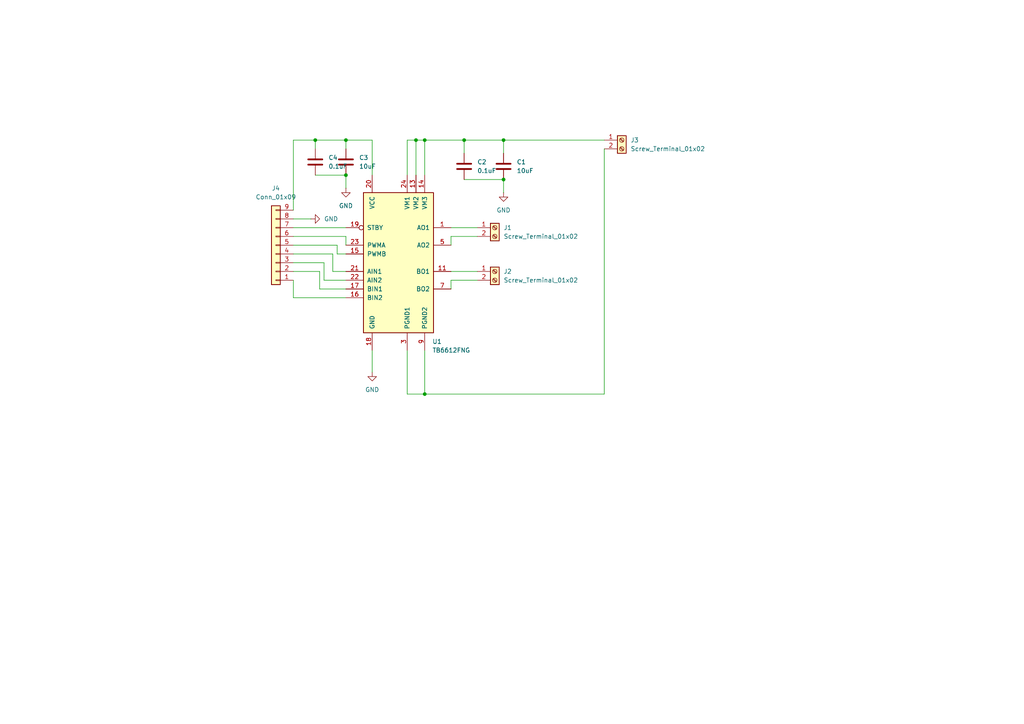
<source format=kicad_sch>
(kicad_sch (version 20231120) (generator "eeschema") (generator_version "8.0")
  (paper "A4")
  (lib_symbols
    (symbol "Connector:Screw_Terminal_01x02" (pin_names (offset 1.016) hide)
      (property "Reference" "J" (at 0 2.54 0))
      (property "Value" "Screw_Terminal_01x02" (at 0 -5.08 0))
      (symbol "Screw_Terminal_01x02_1_1"
        (rectangle (start -1.27 1.27) (end 1.27 -3.81) (stroke (width 0.254)) (fill (type background)))
        (circle (center 0 -2.54) (radius 0.635) (stroke (width 0.1524)))
        (polyline (pts (xy -0.5334 -2.2098) (xy 0.3302 -3.048)) (stroke (width 0.1524)))
        (polyline (pts (xy -0.5334 0.3302) (xy 0.3302 -0.508)) (stroke (width 0.1524)))
        (polyline (pts (xy -0.3556 -2.032) (xy 0.508 -2.8702)) (stroke (width 0.1524)))
        (polyline (pts (xy -0.3556 0.508) (xy 0.508 -0.3302)) (stroke (width 0.1524)))
        (circle (center 0 0) (radius 0.635) (stroke (width 0.1524)))
        (pin passive line (at -5.08 0 0) (length 3.81) (name "Pin_1") (number "1"))
        (pin passive line (at -5.08 -2.54 0) (length 3.81) (name "Pin_2") (number "2"))
      )
    )
    (symbol "Connector_Generic:Conn_01x09" (pin_names (offset 1.016) hide)
      (property "Reference" "J" (at 0 12.7 0))
      (property "Value" "Conn_01x09" (at 0 -12.7 0))
      (symbol "Conn_01x09_1_1"
        (rectangle (start -1.27 -10.033) (end 0 -10.287) (stroke (width 0.1524)))
        (rectangle (start -1.27 -7.493) (end 0 -7.747) (stroke (width 0.1524)))
        (rectangle (start -1.27 -4.953) (end 0 -5.207) (stroke (width 0.1524)))
        (rectangle (start -1.27 -2.413) (end 0 -2.667) (stroke (width 0.1524)))
        (rectangle (start -1.27 0.127) (end 0 -0.127) (stroke (width 0.1524)))
        (rectangle (start -1.27 2.667) (end 0 2.413) (stroke (width 0.1524)))
        (rectangle (start -1.27 5.207) (end 0 4.953) (stroke (width 0.1524)))
        (rectangle (start -1.27 7.747) (end 0 7.493) (stroke (width 0.1524)))
        (rectangle (start -1.27 10.287) (end 0 10.033) (stroke (width 0.1524)))
        (rectangle (start -1.27 11.43) (end 1.27 -11.43) (stroke (width 0.254)) (fill (type background)))
        (pin passive line (at -5.08 10.16 0) (length 3.81) (name "Pin_1") (number "1"))
        (pin passive line (at -5.08 7.62 0) (length 3.81) (name "Pin_2") (number "2"))
        (pin passive line (at -5.08 5.08 0) (length 3.81) (name "Pin_3") (number "3"))
        (pin passive line (at -5.08 2.54 0) (length 3.81) (name "Pin_4") (number "4"))
        (pin passive line (at -5.08 0 0) (length 3.81) (name "Pin_5") (number "5"))
        (pin passive line (at -5.08 -2.54 0) (length 3.81) (name "Pin_6") (number "6"))
        (pin passive line (at -5.08 -5.08 0) (length 3.81) (name "Pin_7") (number "7"))
        (pin passive line (at -5.08 -7.62 0) (length 3.81) (name "Pin_8") (number "8"))
        (pin passive line (at -5.08 -10.16 0) (length 3.81) (name "Pin_9") (number "9"))
      )
    )
    (symbol "Device:C" (pin_numbers hide) (pin_names (offset 0.254))
      (property "Reference" "C" (at 0.635 2.54 0))
      (property "Value" "C" (at 0.635 -2.54 0))
      (symbol "C_0_1"
        (polyline (pts (xy -2.032 -0.762) (xy 2.032 -0.762)) (stroke (width 0.508)))
        (polyline (pts (xy -2.032 0.762) (xy 2.032 0.762)) (stroke (width 0.508)))
      )
      (symbol "C_1_1"
        (pin passive line (at 0 3.81 270) (length 2.794) (name "~") (number "1"))
        (pin passive line (at 0 -3.81 90) (length 2.794) (name "~") (number "2"))
      )
    )
    (symbol "Driver_Motor:TB6612FNG" (pin_names (offset 1.016))
      (property "Reference" "U" (at 11.43 17.78 0))
      (property "Value" "TB6612FNG" (at 11.43 15.24 0))
      (symbol "TB6612FNG_0_1"
        (rectangle (start -10.16 20.32) (end 10.16 -20.32) (stroke (width 0.254)) (fill (type background)))
      )
      (symbol "TB6612FNG_1_1"
        (pin output line (at 15.24 10.16 180) (length 5.08) (name "AO1") (number "1"))
        (pin passive line (at 7.62 -25.4 90) (length 5.08) hide (name "PGND2") (number "10"))
        (pin output line (at 15.24 -2.54 180) (length 5.08) (name "BO1") (number "11"))
        (pin passive line (at 15.24 -2.54 180) (length 5.08) hide (name "BO1") (number "12"))
        (pin power_in line (at 5.08 25.4 270) (length 5.08) (name "VM2") (number "13"))
        (pin power_in line (at 7.62 25.4 270) (length 5.08) (name "VM3") (number "14"))
        (pin input line (at -15.24 2.54 0) (length 5.08) (name "PWMB") (number "15"))
        (pin input line (at -15.24 -10.16 0) (length 5.08) (name "BIN2") (number "16"))
        (pin input line (at -15.24 -7.62 0) (length 5.08) (name "BIN1") (number "17"))
        (pin power_in line (at -7.62 -25.4 90) (length 5.08) (name "GND") (number "18"))
        (pin input inverted (at -15.24 10.16 0) (length 5.08) (name "STBY") (number "19"))
        (pin passive line (at 15.24 10.16 180) (length 5.08) hide (name "AO1") (number "2"))
        (pin power_in line (at -7.62 25.4 270) (length 5.08) (name "VCC") (number "20"))
        (pin input line (at -15.24 -2.54 0) (length 5.08) (name "AIN1") (number "21"))
        (pin input line (at -15.24 -5.08 0) (length 5.08) (name "AIN2") (number "22"))
        (pin input line (at -15.24 5.08 0) (length 5.08) (name "PWMA") (number "23"))
        (pin power_in line (at 2.54 25.4 270) (length 5.08) (name "VM1") (number "24"))
        (pin power_in line (at 2.54 -25.4 90) (length 5.08) (name "PGND1") (number "3"))
        (pin passive line (at 2.54 -25.4 90) (length 5.08) hide (name "PGND1") (number "4"))
        (pin output line (at 15.24 5.08 180) (length 5.08) (name "AO2") (number "5"))
        (pin passive line (at 15.24 5.08 180) (length 5.08) hide (name "AO2") (number "6"))
        (pin output line (at 15.24 -7.62 180) (length 5.08) (name "BO2") (number "7"))
        (pin passive line (at 15.24 -7.62 180) (length 5.08) hide (name "BO2") (number "8"))
        (pin power_in line (at 7.62 -25.4 90) (length 5.08) (name "PGND2") (number "9"))
      )
    )
    (symbol "power:GND" (power) (pin_numbers hide) (pin_names (offset 0) hide)
      (property "Value" "GND" (at 0 -3.81 0))
      (symbol "GND_0_1"
        (polyline (pts (xy 0 0) (xy 0 -1.27) (xy 1.27 -1.27) (xy 0 -2.54) (xy -1.27 -1.27) (xy 0 -1.27)))
      )
      (symbol "GND_1_1"
        (pin power_in line (at 0 0 270) (length 0) (name "~") (number "1"))
      )
    )
  )
  (junction (at 134.62 40.64))
  (junction (at 120.65 40.64))
  (junction (at 123.19 114.3))
  (junction (at 146.05 52.07))
  (junction (at 100.33 50.8))
  (junction (at 91.44 40.64))
  (junction (at 100.33 40.64))
  (junction (at 123.19 40.64))
  (junction (at 146.05 40.64))
  (wire (pts (xy 100.33 50.8) (xy 100.33 54.61)))
  (wire (pts (xy 85.09 86.36) (xy 100.33 86.36)))
  (wire (pts (xy 100.33 68.58) (xy 100.33 71.12)))
  (wire (pts (xy 130.81 71.12) (xy 130.81 68.58)))
  (wire (pts (xy 120.65 40.64) (xy 123.19 40.64)))
  (wire (pts (xy 100.33 40.64) (xy 91.44 40.64)))
  (wire (pts (xy 100.33 40.64) (xy 100.33 43.18)))
  (wire (pts (xy 130.81 83.82) (xy 130.81 81.28)))
  (wire (pts (xy 96.52 78.74) (xy 100.33 78.74)))
  (wire (pts (xy 85.09 68.58) (xy 100.33 68.58)))
  (wire (pts (xy 134.62 40.64) (xy 146.05 40.64)))
  (wire (pts (xy 92.71 78.74) (xy 92.71 83.82)))
  (wire (pts (xy 118.11 101.6) (xy 118.11 114.3)))
  (wire (pts (xy 120.65 40.64) (xy 120.65 50.8)))
  (wire (pts (xy 130.81 68.58) (xy 138.43 68.58)))
  (wire (pts (xy 93.98 81.28) (xy 100.33 81.28)))
  (wire (pts (xy 85.09 78.74) (xy 92.71 78.74)))
  (wire (pts (xy 118.11 40.64) (xy 120.65 40.64)))
  (wire (pts (xy 85.09 76.2) (xy 93.98 76.2)))
  (wire (pts (xy 91.44 40.64) (xy 85.09 40.64)))
  (wire (pts (xy 85.09 40.64) (xy 85.09 60.96)))
  (wire (pts (xy 130.81 78.74) (xy 138.43 78.74)))
  (wire (pts (xy 130.81 66.04) (xy 138.43 66.04)))
  (wire (pts (xy 91.44 40.64) (xy 91.44 43.18)))
  (wire (pts (xy 123.19 40.64) (xy 123.19 50.8)))
  (wire (pts (xy 107.95 40.64) (xy 100.33 40.64)))
  (wire (pts (xy 85.09 66.04) (xy 100.33 66.04)))
  (wire (pts (xy 93.98 76.2) (xy 93.98 81.28)))
  (wire (pts (xy 123.19 101.6) (xy 123.19 114.3)))
  (wire (pts (xy 107.95 101.6) (xy 107.95 107.95)))
  (wire (pts (xy 85.09 71.12) (xy 97.79 71.12)))
  (wire (pts (xy 118.11 114.3) (xy 123.19 114.3)))
  (wire (pts (xy 96.52 73.66) (xy 96.52 78.74)))
  (wire (pts (xy 146.05 44.45) (xy 146.05 40.64)))
  (wire (pts (xy 123.19 40.64) (xy 134.62 40.64)))
  (wire (pts (xy 91.44 50.8) (xy 100.33 50.8)))
  (wire (pts (xy 85.09 63.5) (xy 90.17 63.5)))
  (wire (pts (xy 130.81 81.28) (xy 138.43 81.28)))
  (wire (pts (xy 97.79 71.12) (xy 97.79 73.66)))
  (wire (pts (xy 123.19 114.3) (xy 175.26 114.3)))
  (wire (pts (xy 107.95 50.8) (xy 107.95 40.64)))
  (wire (pts (xy 97.79 73.66) (xy 100.33 73.66)))
  (wire (pts (xy 92.71 83.82) (xy 100.33 83.82)))
  (wire (pts (xy 118.11 50.8) (xy 118.11 40.64)))
  (wire (pts (xy 134.62 52.07) (xy 146.05 52.07)))
  (wire (pts (xy 134.62 40.64) (xy 134.62 44.45)))
  (wire (pts (xy 85.09 73.66) (xy 96.52 73.66)))
  (wire (pts (xy 146.05 52.07) (xy 146.05 55.88)))
  (wire (pts (xy 175.26 114.3) (xy 175.26 43.18)))
  (wire (pts (xy 85.09 81.28) (xy 85.09 86.36)))
  (wire (pts (xy 146.05 40.64) (xy 175.26 40.64)))
  (symbol (lib_id "Device:C") (at 134.62 48.26 0) (unit 1)
    (property "Reference" "C2" (at 138.43 46.9899 0) (effects (justify left)))
    (property "Value" "0.1uF" (at 138.43 49.5299 0) (effects (justify left)))
    (property "Footprint" "Capacitor_SMD:C_0805_2012Metric_Pad1.18x1.45mm_HandSolder" (effects (hide yes)))
    (property "Description" "Unpolarized capacitor" (effects (hide yes)))
  )
  (symbol (lib_id "Driver_Motor:TB6612FNG") (at 115.57 76.2 0) (unit 1)
    (property "Reference" "U1" (at 125.3841 99.06 0) (effects (justify left)))
    (property "Value" "TB6612FNG" (at 125.3841 101.6 0) (effects (justify left)))
    (property "Footprint" "Package_SO:SSOP-24_5.3x8.2mm_P0.65mm" (effects (hide yes)))
    (property "Datasheet" "https://toshiba.semicon-storage.com/us/product/linear/motordriver/detail.TB6612FNG.html" (effects (hide yes)))
    (property "Description" "Driver IC for Dual DC motor, SSOP-24" (effects (hide yes)))
  )
  (symbol (lib_id "Connector:Screw_Terminal_01x02") (at 143.51 66.04 0) (unit 1)
    (property "Reference" "J1" (at 146.05 66.0399 0) (effects (justify left)))
    (property "Value" "Screw_Terminal_01x02" (at 146.05 68.5799 0) (effects (justify left)))
    (property "Footprint" "TerminalBlock_Phoenix:TerminalBlock_Phoenix_MKDS-1,5-2_1x02_P5.00mm_Horizontal" (effects (hide yes)))
    (property "Description" "Generic screw terminal, single row, 01x02, script generated (kicad-library-utils/schlib/autogen/connector/)" (effects (hide yes)))
  )
  (symbol (lib_id "Device:C") (at 146.05 48.26 0) (unit 1)
    (property "Reference" "C1" (at 149.86 46.9899 0) (effects (justify left)))
    (property "Value" "10uF" (at 149.86 49.5299 0) (effects (justify left)))
    (property "Footprint" "Capacitor_SMD:C_1206_3216Metric_Pad1.33x1.80mm_HandSolder" (effects (hide yes)))
    (property "Description" "Unpolarized capacitor" (effects (hide yes)))
  )
  (symbol (lib_id "Device:C") (at 100.33 46.99 0) (unit 1)
    (property "Reference" "C3" (at 104.14 45.7199 0) (effects (justify left)))
    (property "Value" "10uF" (at 104.14 48.2599 0) (effects (justify left)))
    (property "Footprint" "Capacitor_SMD:C_1206_3216Metric_Pad1.33x1.80mm_HandSolder" (effects (hide yes)))
    (property "Description" "Unpolarized capacitor" (effects (hide yes)))
  )
  (symbol (lib_id "power:GND") (at 146.05 55.88 0) (unit 1)
    (property "Reference" "#PWR03" (effects (hide yes)))
    (property "Value" "GND" (at 146.05 60.96 0))
    (property "Description" "Power symbol creates a global label with name \"GND\" , ground" (effects (hide yes)))
  )
  (symbol (lib_id "Connector:Screw_Terminal_01x02") (at 143.51 78.74 0) (unit 1)
    (property "Reference" "J2" (at 146.05 78.7399 0) (effects (justify left)))
    (property "Value" "Screw_Terminal_01x02" (at 146.05 81.2799 0) (effects (justify left)))
    (property "Footprint" "TerminalBlock_Phoenix:TerminalBlock_Phoenix_MKDS-1,5-2_1x02_P5.00mm_Horizontal" (effects (hide yes)))
    (property "Description" "Generic screw terminal, single row, 01x02, script generated (kicad-library-utils/schlib/autogen/connector/)" (effects (hide yes)))
  )
  (symbol (lib_id "Device:C") (at 91.44 46.99 0) (unit 1)
    (property "Reference" "C4" (at 95.25 45.7199 0) (effects (justify left)))
    (property "Value" "0.1uF" (at 95.25 48.2599 0) (effects (justify left)))
    (property "Footprint" "Capacitor_SMD:C_0805_2012Metric_Pad1.18x1.45mm_HandSolder" (effects (hide yes)))
    (property "Description" "Unpolarized capacitor" (effects (hide yes)))
  )
  (symbol (lib_id "power:GND") (at 100.33 54.61 0) (unit 1)
    (property "Reference" "#PWR04" (effects (hide yes)))
    (property "Value" "GND" (at 100.33 59.69 0))
    (property "Description" "Power symbol creates a global label with name \"GND\" , ground" (effects (hide yes)))
  )
  (symbol (lib_id "Connector:Screw_Terminal_01x02") (at 180.34 40.64 0) (unit 1)
    (property "Reference" "J3" (at 182.88 40.6399 0) (effects (justify left)))
    (property "Value" "Screw_Terminal_01x02" (at 182.88 43.1799 0) (effects (justify left)))
    (property "Footprint" "TerminalBlock_Phoenix:TerminalBlock_Phoenix_MKDS-1,5-2_1x02_P5.00mm_Horizontal" (effects (hide yes)))
    (property "Description" "Generic screw terminal, single row, 01x02, script generated (kicad-library-utils/schlib/autogen/connector/)" (effects (hide yes)))
  )
  (symbol (lib_id "power:GND") (at 90.17 63.5 90) (unit 1)
    (property "Reference" "#PWR01" (effects (hide yes)))
    (property "Value" "GND" (at 93.98 63.4999 90) (effects (justify right)))
    (property "Description" "Power symbol creates a global label with name \"GND\" , ground" (effects (hide yes)))
  )
  (symbol (lib_id "power:GND") (at 107.95 107.95 0) (unit 1)
    (property "Reference" "#PWR02" (effects (hide yes)))
    (property "Value" "GND" (at 107.95 113.03 0))
    (property "Description" "Power symbol creates a global label with name \"GND\" , ground" (effects (hide yes)))
  )
  (symbol (lib_id "Connector_Generic:Conn_01x09") (at 80.01 71.12 180) (unit 1)
    (property "Reference" "J4" (at 80.01 54.61 0))
    (property "Value" "Conn_01x09" (at 80.01 57.15 0))
    (property "Footprint" "Connector_PinHeader_2.54mm:PinHeader_1x09_P2.54mm_Vertical" (effects (hide yes)))
    (property "Description" "Generic connector, single row, 01x09, script generated (kicad-library-utils/schlib/autogen/connector/)" (effects (hide yes)))
  )
)
</source>
